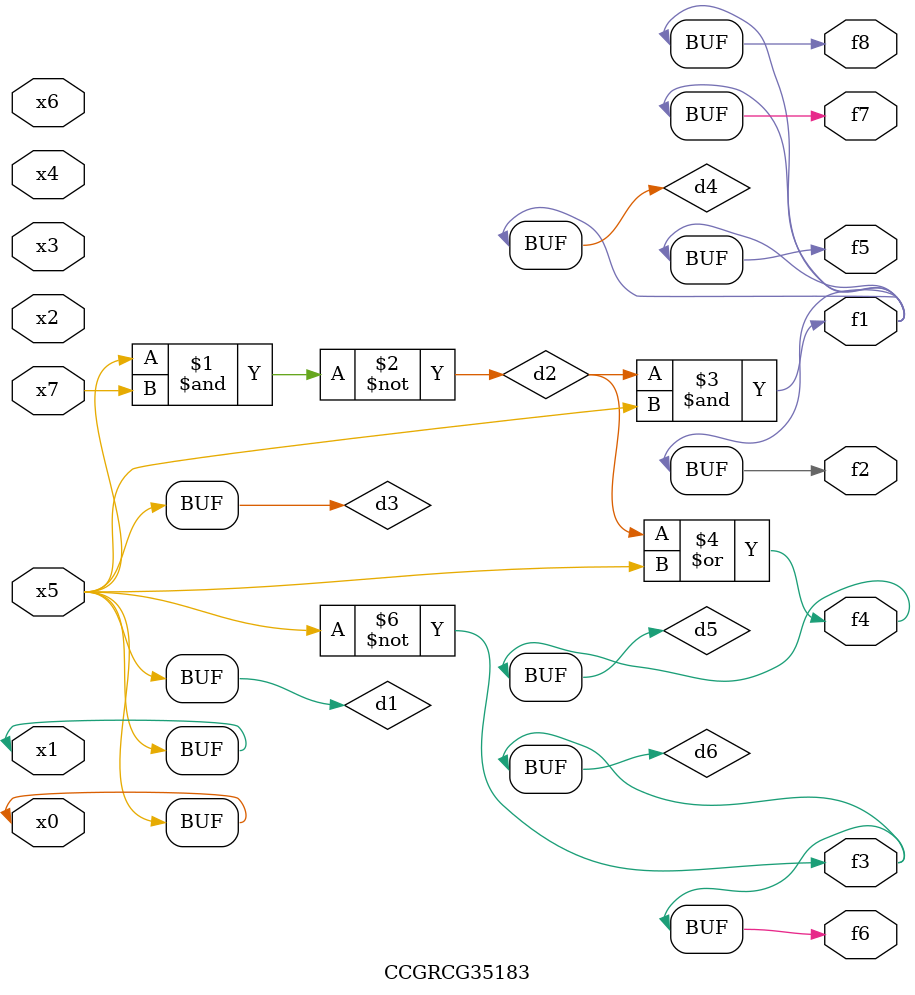
<source format=v>
module CCGRCG35183(
	input x0, x1, x2, x3, x4, x5, x6, x7,
	output f1, f2, f3, f4, f5, f6, f7, f8
);

	wire d1, d2, d3, d4, d5, d6;

	buf (d1, x0, x5);
	nand (d2, x5, x7);
	buf (d3, x0, x1);
	and (d4, d2, d3);
	or (d5, d2, d3);
	nor (d6, d1, d3);
	assign f1 = d4;
	assign f2 = d4;
	assign f3 = d6;
	assign f4 = d5;
	assign f5 = d4;
	assign f6 = d6;
	assign f7 = d4;
	assign f8 = d4;
endmodule

</source>
